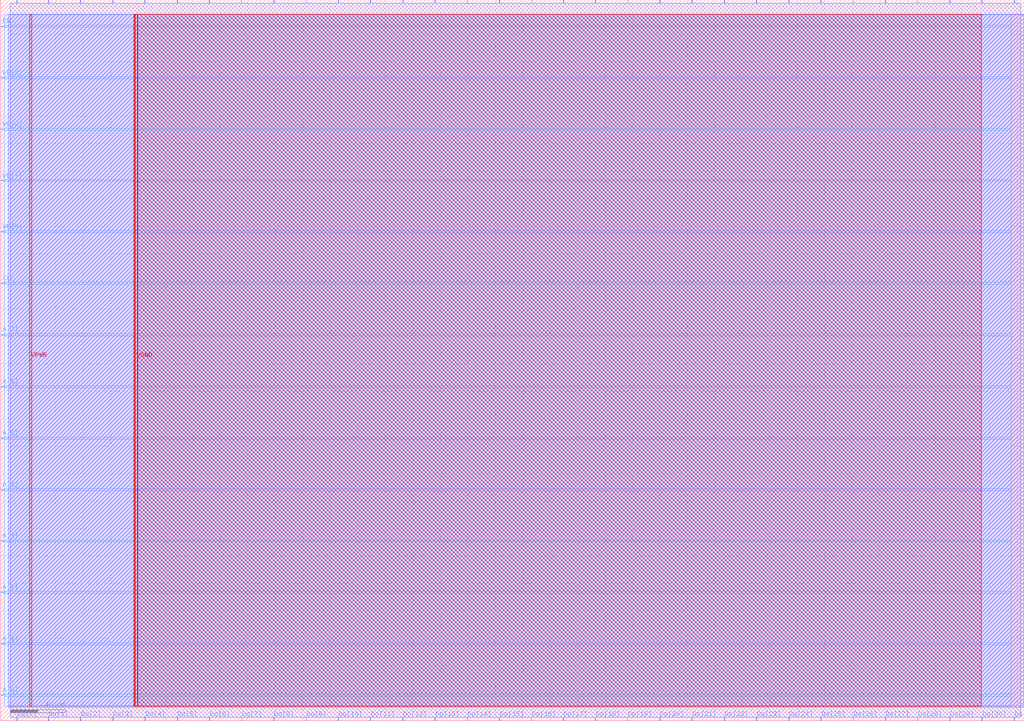
<source format=lef>
VERSION 5.7 ;
  NOWIREEXTENSIONATPIN ON ;
  DIVIDERCHAR "/" ;
  BUSBITCHARS "[]" ;
MACRO DFFRAM
  CLASS BLOCK ;
  FOREIGN DFFRAM ;
  ORIGIN 0.000 0.000 ;
  SIZE 745.115 BY 525.000 ;
  PIN A[0]
    DIRECTION INPUT ;
    PORT
      LAYER met3 ;
        RECT 0.000 18.400 2.400 19.000 ;
    END
  END A[0]
  PIN A[1]
    DIRECTION INPUT ;
    PORT
      LAYER met3 ;
        RECT 0.000 55.800 2.400 56.400 ;
    END
  END A[1]
  PIN A[2]
    DIRECTION INPUT ;
    PORT
      LAYER met3 ;
        RECT 0.000 93.200 2.400 93.800 ;
    END
  END A[2]
  PIN A[3]
    DIRECTION INPUT ;
    PORT
      LAYER met3 ;
        RECT 0.000 130.600 2.400 131.200 ;
    END
  END A[3]
  PIN A[4]
    DIRECTION INPUT ;
    PORT
      LAYER met3 ;
        RECT 0.000 168.000 2.400 168.600 ;
    END
  END A[4]
  PIN A[5]
    DIRECTION INPUT ;
    PORT
      LAYER met3 ;
        RECT 0.000 205.400 2.400 206.000 ;
    END
  END A[5]
  PIN A[6]
    DIRECTION INPUT ;
    PORT
      LAYER met3 ;
        RECT 0.000 242.800 2.400 243.400 ;
    END
  END A[6]
  PIN A[7]
    DIRECTION INPUT ;
    PORT
      LAYER met3 ;
        RECT 0.000 280.880 2.400 281.480 ;
    END
  END A[7]
  PIN CLK
    DIRECTION INPUT ;
    PORT
      LAYER met3 ;
        RECT 0.000 318.280 2.400 318.880 ;
    END
  END CLK
  PIN Di[0]
    DIRECTION INPUT ;
    PORT
      LAYER met2 ;
        RECT 11.590 522.600 11.870 525.000 ;
    END
  END Di[0]
  PIN Di[10]
    DIRECTION INPUT ;
    PORT
      LAYER met2 ;
        RECT 245.730 522.600 246.010 525.000 ;
    END
  END Di[10]
  PIN Di[11]
    DIRECTION INPUT ;
    PORT
      LAYER met2 ;
        RECT 269.190 522.600 269.470 525.000 ;
    END
  END Di[11]
  PIN Di[12]
    DIRECTION INPUT ;
    PORT
      LAYER met2 ;
        RECT 292.650 522.600 292.930 525.000 ;
    END
  END Di[12]
  PIN Di[13]
    DIRECTION INPUT ;
    PORT
      LAYER met2 ;
        RECT 316.110 522.600 316.390 525.000 ;
    END
  END Di[13]
  PIN Di[14]
    DIRECTION INPUT ;
    PORT
      LAYER met2 ;
        RECT 339.570 522.600 339.850 525.000 ;
    END
  END Di[14]
  PIN Di[15]
    DIRECTION INPUT ;
    PORT
      LAYER met2 ;
        RECT 363.030 522.600 363.310 525.000 ;
    END
  END Di[15]
  PIN Di[16]
    DIRECTION INPUT ;
    PORT
      LAYER met2 ;
        RECT 386.490 522.600 386.770 525.000 ;
    END
  END Di[16]
  PIN Di[17]
    DIRECTION INPUT ;
    PORT
      LAYER met2 ;
        RECT 409.490 522.600 409.770 525.000 ;
    END
  END Di[17]
  PIN Di[18]
    DIRECTION INPUT ;
    PORT
      LAYER met2 ;
        RECT 432.950 522.600 433.230 525.000 ;
    END
  END Di[18]
  PIN Di[19]
    DIRECTION INPUT ;
    PORT
      LAYER met2 ;
        RECT 456.410 522.600 456.690 525.000 ;
    END
  END Di[19]
  PIN Di[1]
    DIRECTION INPUT ;
    PORT
      LAYER met2 ;
        RECT 34.590 522.600 34.870 525.000 ;
    END
  END Di[1]
  PIN Di[20]
    DIRECTION INPUT ;
    PORT
      LAYER met2 ;
        RECT 479.870 522.600 480.150 525.000 ;
    END
  END Di[20]
  PIN Di[21]
    DIRECTION INPUT ;
    PORT
      LAYER met2 ;
        RECT 503.330 522.600 503.610 525.000 ;
    END
  END Di[21]
  PIN Di[22]
    DIRECTION INPUT ;
    PORT
      LAYER met2 ;
        RECT 526.790 522.600 527.070 525.000 ;
    END
  END Di[22]
  PIN Di[23]
    DIRECTION INPUT ;
    PORT
      LAYER met2 ;
        RECT 550.250 522.600 550.530 525.000 ;
    END
  END Di[23]
  PIN Di[24]
    DIRECTION INPUT ;
    PORT
      LAYER met2 ;
        RECT 573.710 522.600 573.990 525.000 ;
    END
  END Di[24]
  PIN Di[25]
    DIRECTION INPUT ;
    PORT
      LAYER met2 ;
        RECT 597.170 522.600 597.450 525.000 ;
    END
  END Di[25]
  PIN Di[26]
    DIRECTION INPUT ;
    PORT
      LAYER met2 ;
        RECT 620.630 522.600 620.910 525.000 ;
    END
  END Di[26]
  PIN Di[27]
    DIRECTION INPUT ;
    PORT
      LAYER met2 ;
        RECT 644.090 522.600 644.370 525.000 ;
    END
  END Di[27]
  PIN Di[28]
    DIRECTION INPUT ;
    PORT
      LAYER met2 ;
        RECT 667.550 522.600 667.830 525.000 ;
    END
  END Di[28]
  PIN Di[29]
    DIRECTION INPUT ;
    PORT
      LAYER met2 ;
        RECT 691.010 522.600 691.290 525.000 ;
    END
  END Di[29]
  PIN Di[2]
    DIRECTION INPUT ;
    PORT
      LAYER met2 ;
        RECT 58.050 522.600 58.330 525.000 ;
    END
  END Di[2]
  PIN Di[30]
    DIRECTION INPUT ;
    PORT
      LAYER met2 ;
        RECT 714.470 522.600 714.750 525.000 ;
    END
  END Di[30]
  PIN Di[31]
    DIRECTION INPUT ;
    PORT
      LAYER met2 ;
        RECT 737.930 522.600 738.210 525.000 ;
    END
  END Di[31]
  PIN Di[3]
    DIRECTION INPUT ;
    PORT
      LAYER met2 ;
        RECT 81.510 522.600 81.790 525.000 ;
    END
  END Di[3]
  PIN Di[4]
    DIRECTION INPUT ;
    PORT
      LAYER met2 ;
        RECT 104.970 522.600 105.250 525.000 ;
    END
  END Di[4]
  PIN Di[5]
    DIRECTION INPUT ;
    PORT
      LAYER met2 ;
        RECT 128.430 522.600 128.710 525.000 ;
    END
  END Di[5]
  PIN Di[6]
    DIRECTION INPUT ;
    PORT
      LAYER met2 ;
        RECT 151.890 522.600 152.170 525.000 ;
    END
  END Di[6]
  PIN Di[7]
    DIRECTION INPUT ;
    PORT
      LAYER met2 ;
        RECT 175.350 522.600 175.630 525.000 ;
    END
  END Di[7]
  PIN Di[8]
    DIRECTION INPUT ;
    PORT
      LAYER met2 ;
        RECT 198.810 522.600 199.090 525.000 ;
    END
  END Di[8]
  PIN Di[9]
    DIRECTION INPUT ;
    PORT
      LAYER met2 ;
        RECT 222.270 522.600 222.550 525.000 ;
    END
  END Di[9]
  PIN Do[0]
    DIRECTION OUTPUT TRISTATE ;
    PORT
      LAYER met2 ;
        RECT 11.590 0.000 11.870 2.400 ;
    END
  END Do[0]
  PIN Do[10]
    DIRECTION OUTPUT TRISTATE ;
    PORT
      LAYER met2 ;
        RECT 245.730 0.000 246.010 2.400 ;
    END
  END Do[10]
  PIN Do[11]
    DIRECTION OUTPUT TRISTATE ;
    PORT
      LAYER met2 ;
        RECT 269.190 0.000 269.470 2.400 ;
    END
  END Do[11]
  PIN Do[12]
    DIRECTION OUTPUT TRISTATE ;
    PORT
      LAYER met2 ;
        RECT 292.650 0.000 292.930 2.400 ;
    END
  END Do[12]
  PIN Do[13]
    DIRECTION OUTPUT TRISTATE ;
    PORT
      LAYER met2 ;
        RECT 316.110 0.000 316.390 2.400 ;
    END
  END Do[13]
  PIN Do[14]
    DIRECTION OUTPUT TRISTATE ;
    PORT
      LAYER met2 ;
        RECT 339.570 0.000 339.850 2.400 ;
    END
  END Do[14]
  PIN Do[15]
    DIRECTION OUTPUT TRISTATE ;
    PORT
      LAYER met2 ;
        RECT 363.030 0.000 363.310 2.400 ;
    END
  END Do[15]
  PIN Do[16]
    DIRECTION OUTPUT TRISTATE ;
    PORT
      LAYER met2 ;
        RECT 386.490 0.000 386.770 2.400 ;
    END
  END Do[16]
  PIN Do[17]
    DIRECTION OUTPUT TRISTATE ;
    PORT
      LAYER met2 ;
        RECT 409.490 0.000 409.770 2.400 ;
    END
  END Do[17]
  PIN Do[18]
    DIRECTION OUTPUT TRISTATE ;
    PORT
      LAYER met2 ;
        RECT 432.950 0.000 433.230 2.400 ;
    END
  END Do[18]
  PIN Do[19]
    DIRECTION OUTPUT TRISTATE ;
    PORT
      LAYER met2 ;
        RECT 456.410 0.000 456.690 2.400 ;
    END
  END Do[19]
  PIN Do[1]
    DIRECTION OUTPUT TRISTATE ;
    PORT
      LAYER met2 ;
        RECT 34.590 0.000 34.870 2.400 ;
    END
  END Do[1]
  PIN Do[20]
    DIRECTION OUTPUT TRISTATE ;
    PORT
      LAYER met2 ;
        RECT 479.870 0.000 480.150 2.400 ;
    END
  END Do[20]
  PIN Do[21]
    DIRECTION OUTPUT TRISTATE ;
    PORT
      LAYER met2 ;
        RECT 503.330 0.000 503.610 2.400 ;
    END
  END Do[21]
  PIN Do[22]
    DIRECTION OUTPUT TRISTATE ;
    PORT
      LAYER met2 ;
        RECT 526.790 0.000 527.070 2.400 ;
    END
  END Do[22]
  PIN Do[23]
    DIRECTION OUTPUT TRISTATE ;
    PORT
      LAYER met2 ;
        RECT 550.250 0.000 550.530 2.400 ;
    END
  END Do[23]
  PIN Do[24]
    DIRECTION OUTPUT TRISTATE ;
    PORT
      LAYER met2 ;
        RECT 573.710 0.000 573.990 2.400 ;
    END
  END Do[24]
  PIN Do[25]
    DIRECTION OUTPUT TRISTATE ;
    PORT
      LAYER met2 ;
        RECT 597.170 0.000 597.450 2.400 ;
    END
  END Do[25]
  PIN Do[26]
    DIRECTION OUTPUT TRISTATE ;
    PORT
      LAYER met2 ;
        RECT 620.630 0.000 620.910 2.400 ;
    END
  END Do[26]
  PIN Do[27]
    DIRECTION OUTPUT TRISTATE ;
    PORT
      LAYER met2 ;
        RECT 644.090 0.000 644.370 2.400 ;
    END
  END Do[27]
  PIN Do[28]
    DIRECTION OUTPUT TRISTATE ;
    PORT
      LAYER met2 ;
        RECT 667.550 0.000 667.830 2.400 ;
    END
  END Do[28]
  PIN Do[29]
    DIRECTION OUTPUT TRISTATE ;
    PORT
      LAYER met2 ;
        RECT 691.010 0.000 691.290 2.400 ;
    END
  END Do[29]
  PIN Do[2]
    DIRECTION OUTPUT TRISTATE ;
    PORT
      LAYER met2 ;
        RECT 58.050 0.000 58.330 2.400 ;
    END
  END Do[2]
  PIN Do[30]
    DIRECTION OUTPUT TRISTATE ;
    PORT
      LAYER met2 ;
        RECT 714.470 0.000 714.750 2.400 ;
    END
  END Do[30]
  PIN Do[31]
    DIRECTION OUTPUT TRISTATE ;
    PORT
      LAYER met2 ;
        RECT 737.930 0.000 738.210 2.400 ;
    END
  END Do[31]
  PIN Do[3]
    DIRECTION OUTPUT TRISTATE ;
    PORT
      LAYER met2 ;
        RECT 81.510 0.000 81.790 2.400 ;
    END
  END Do[3]
  PIN Do[4]
    DIRECTION OUTPUT TRISTATE ;
    PORT
      LAYER met2 ;
        RECT 104.970 0.000 105.250 2.400 ;
    END
  END Do[4]
  PIN Do[5]
    DIRECTION OUTPUT TRISTATE ;
    PORT
      LAYER met2 ;
        RECT 128.430 0.000 128.710 2.400 ;
    END
  END Do[5]
  PIN Do[6]
    DIRECTION OUTPUT TRISTATE ;
    PORT
      LAYER met2 ;
        RECT 151.890 0.000 152.170 2.400 ;
    END
  END Do[6]
  PIN Do[7]
    DIRECTION OUTPUT TRISTATE ;
    PORT
      LAYER met2 ;
        RECT 175.350 0.000 175.630 2.400 ;
    END
  END Do[7]
  PIN Do[8]
    DIRECTION OUTPUT TRISTATE ;
    PORT
      LAYER met2 ;
        RECT 198.810 0.000 199.090 2.400 ;
    END
  END Do[8]
  PIN Do[9]
    DIRECTION OUTPUT TRISTATE ;
    PORT
      LAYER met2 ;
        RECT 222.270 0.000 222.550 2.400 ;
    END
  END Do[9]
  PIN EN
    DIRECTION INPUT ;
    PORT
      LAYER met3 ;
        RECT 0.000 505.280 2.400 505.880 ;
    END
  END EN
  PIN WE[0]
    DIRECTION INPUT ;
    PORT
      LAYER met3 ;
        RECT 0.000 355.680 2.400 356.280 ;
    END
  END WE[0]
  PIN WE[1]
    DIRECTION INPUT ;
    PORT
      LAYER met3 ;
        RECT 0.000 393.080 2.400 393.680 ;
    END
  END WE[1]
  PIN WE[2]
    DIRECTION INPUT ;
    PORT
      LAYER met3 ;
        RECT 0.000 430.480 2.400 431.080 ;
    END
  END WE[2]
  PIN WE[3]
    DIRECTION INPUT ;
    PORT
      LAYER met3 ;
        RECT 0.000 467.880 2.400 468.480 ;
    END
  END WE[3]
  PIN VPWR
    DIRECTION INPUT ;
    USE POWER ;
    PORT
      LAYER met4 ;
        RECT 21.040 10.640 22.640 514.320 ;
    END
  END VPWR
  PIN VGND
    DIRECTION INPUT ;
    USE GROUND ;
    PORT
      LAYER met4 ;
        RECT 97.840 10.640 99.440 514.320 ;
    END
  END VGND
  OBS
      LAYER li1 ;
        RECT 5.520 10.795 745.055 514.165 ;
      LAYER met1 ;
        RECT 5.520 9.900 745.115 514.320 ;
      LAYER met2 ;
        RECT 6.990 522.320 11.310 522.600 ;
        RECT 12.150 522.320 34.310 522.600 ;
        RECT 35.150 522.320 57.770 522.600 ;
        RECT 58.610 522.320 81.230 522.600 ;
        RECT 82.070 522.320 104.690 522.600 ;
        RECT 105.530 522.320 128.150 522.600 ;
        RECT 128.990 522.320 151.610 522.600 ;
        RECT 152.450 522.320 175.070 522.600 ;
        RECT 175.910 522.320 198.530 522.600 ;
        RECT 199.370 522.320 221.990 522.600 ;
        RECT 222.830 522.320 245.450 522.600 ;
        RECT 246.290 522.320 268.910 522.600 ;
        RECT 269.750 522.320 292.370 522.600 ;
        RECT 293.210 522.320 315.830 522.600 ;
        RECT 316.670 522.320 339.290 522.600 ;
        RECT 340.130 522.320 362.750 522.600 ;
        RECT 363.590 522.320 386.210 522.600 ;
        RECT 387.050 522.320 409.210 522.600 ;
        RECT 410.050 522.320 432.670 522.600 ;
        RECT 433.510 522.320 456.130 522.600 ;
        RECT 456.970 522.320 479.590 522.600 ;
        RECT 480.430 522.320 503.050 522.600 ;
        RECT 503.890 522.320 526.510 522.600 ;
        RECT 527.350 522.320 549.970 522.600 ;
        RECT 550.810 522.320 573.430 522.600 ;
        RECT 574.270 522.320 596.890 522.600 ;
        RECT 597.730 522.320 620.350 522.600 ;
        RECT 621.190 522.320 643.810 522.600 ;
        RECT 644.650 522.320 667.270 522.600 ;
        RECT 668.110 522.320 690.730 522.600 ;
        RECT 691.570 522.320 714.190 522.600 ;
        RECT 715.030 522.320 737.650 522.600 ;
        RECT 738.490 522.320 742.800 522.600 ;
        RECT 6.990 2.680 742.800 522.320 ;
        RECT 6.990 2.400 11.310 2.680 ;
        RECT 12.150 2.400 34.310 2.680 ;
        RECT 35.150 2.400 57.770 2.680 ;
        RECT 58.610 2.400 81.230 2.680 ;
        RECT 82.070 2.400 104.690 2.680 ;
        RECT 105.530 2.400 128.150 2.680 ;
        RECT 128.990 2.400 151.610 2.680 ;
        RECT 152.450 2.400 175.070 2.680 ;
        RECT 175.910 2.400 198.530 2.680 ;
        RECT 199.370 2.400 221.990 2.680 ;
        RECT 222.830 2.400 245.450 2.680 ;
        RECT 246.290 2.400 268.910 2.680 ;
        RECT 269.750 2.400 292.370 2.680 ;
        RECT 293.210 2.400 315.830 2.680 ;
        RECT 316.670 2.400 339.290 2.680 ;
        RECT 340.130 2.400 362.750 2.680 ;
        RECT 363.590 2.400 386.210 2.680 ;
        RECT 387.050 2.400 409.210 2.680 ;
        RECT 410.050 2.400 432.670 2.680 ;
        RECT 433.510 2.400 456.130 2.680 ;
        RECT 456.970 2.400 479.590 2.680 ;
        RECT 480.430 2.400 503.050 2.680 ;
        RECT 503.890 2.400 526.510 2.680 ;
        RECT 527.350 2.400 549.970 2.680 ;
        RECT 550.810 2.400 573.430 2.680 ;
        RECT 574.270 2.400 596.890 2.680 ;
        RECT 597.730 2.400 620.350 2.680 ;
        RECT 621.190 2.400 643.810 2.680 ;
        RECT 644.650 2.400 667.270 2.680 ;
        RECT 668.110 2.400 690.730 2.680 ;
        RECT 691.570 2.400 714.190 2.680 ;
        RECT 715.030 2.400 737.650 2.680 ;
        RECT 738.490 2.400 742.800 2.680 ;
      LAYER met3 ;
        RECT 2.400 506.280 735.935 514.245 ;
        RECT 2.800 504.880 735.935 506.280 ;
        RECT 2.400 468.880 735.935 504.880 ;
        RECT 2.800 467.480 735.935 468.880 ;
        RECT 2.400 431.480 735.935 467.480 ;
        RECT 2.800 430.080 735.935 431.480 ;
        RECT 2.400 394.080 735.935 430.080 ;
        RECT 2.800 392.680 735.935 394.080 ;
        RECT 2.400 356.680 735.935 392.680 ;
        RECT 2.800 355.280 735.935 356.680 ;
        RECT 2.400 319.280 735.935 355.280 ;
        RECT 2.800 317.880 735.935 319.280 ;
        RECT 2.400 281.880 735.935 317.880 ;
        RECT 2.800 280.480 735.935 281.880 ;
        RECT 2.400 243.800 735.935 280.480 ;
        RECT 2.800 242.400 735.935 243.800 ;
        RECT 2.400 206.400 735.935 242.400 ;
        RECT 2.800 205.000 735.935 206.400 ;
        RECT 2.400 169.000 735.935 205.000 ;
        RECT 2.800 167.600 735.935 169.000 ;
        RECT 2.400 131.600 735.935 167.600 ;
        RECT 2.800 130.200 735.935 131.600 ;
        RECT 2.400 94.200 735.935 130.200 ;
        RECT 2.800 92.800 735.935 94.200 ;
        RECT 2.400 56.800 735.935 92.800 ;
        RECT 2.800 55.400 735.935 56.800 ;
        RECT 2.400 19.400 735.935 55.400 ;
        RECT 2.800 18.000 735.935 19.400 ;
        RECT 2.400 10.715 735.935 18.000 ;
      LAYER met4 ;
        RECT 96.895 10.640 97.440 514.320 ;
        RECT 99.840 10.640 713.840 514.320 ;
  END
END DFFRAM
END LIBRARY


</source>
